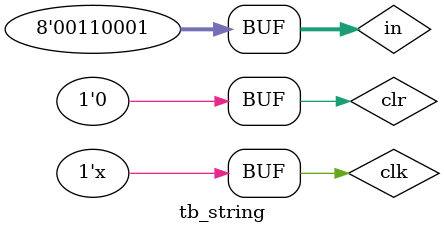
<source format=v>
`timescale 1ns / 1ps


module tb_string;

	// Inputs
	reg clk;
	reg clr;
	reg [7:0] in;

	// Outputs
	wire out;

	// Instantiate the Unit Under Test (UUT)
	string uut (
		.clk(clk), 
		.clr(clr), 
		.in(in), 
		.out(out)
	);

	initial begin
		// Initialize Inputs
		clk = 0;
		clr = 0;
		in = 0;
#100;
		// Wait 100 ns for global reset to finish
		#14;
      in="1";#10;
		in="+";#10;
		in="1";#10;
		// Add stimulus here

	end
   always #5 clk=~clk;
endmodule


</source>
